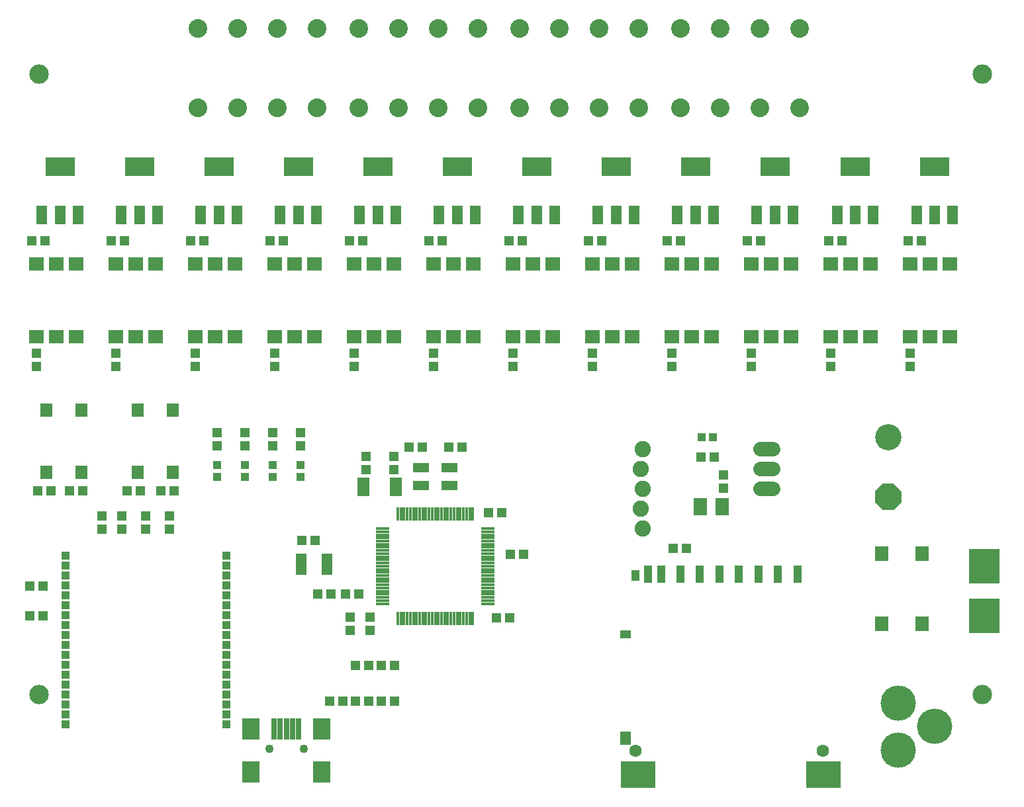
<source format=gts>
G75*
G70*
%OFA0B0*%
%FSLAX24Y24*%
%IPPOS*%
%LPD*%
%AMOC8*
5,1,8,0,0,1.08239X$1,22.5*
%
%ADD10C,0.0980*%
%ADD11R,0.0159X0.0671*%
%ADD12R,0.0671X0.0159*%
%ADD13R,0.0513X0.0474*%
%ADD14R,0.0552X0.1064*%
%ADD15R,0.0474X0.0513*%
%ADD16R,0.0395X0.0395*%
%ADD17R,0.0828X0.0513*%
%ADD18R,0.0415X0.0395*%
%ADD19R,0.0781X0.0678*%
%ADD20R,0.0560X0.0960*%
%ADD21R,0.1497X0.0946*%
%ADD22C,0.0820*%
%ADD23R,0.0277X0.1064*%
%ADD24R,0.0867X0.1064*%
%ADD25C,0.0434*%
%ADD26C,0.1780*%
%ADD27R,0.0671X0.0749*%
%ADD28C,0.0720*%
%ADD29OC8,0.1320*%
%ADD30C,0.1320*%
%ADD31R,0.0710X0.0867*%
%ADD32R,0.0592X0.0946*%
%ADD33R,0.0434X0.0907*%
%ADD34R,0.0395X0.0552*%
%ADD35R,0.0525X0.0434*%
%ADD36R,0.0525X0.0671*%
%ADD37R,0.1781X0.1340*%
%ADD38C,0.0631*%
%ADD39R,0.0631X0.0710*%
%ADD40C,0.0940*%
%ADD41R,0.1580X0.1749*%
D10*
X003574Y008241D03*
X003574Y039501D03*
X051074Y039501D03*
X051074Y008241D03*
D11*
X025414Y012062D03*
X025257Y012062D03*
X025099Y012062D03*
X024942Y012062D03*
X024784Y012062D03*
X024627Y012062D03*
X024469Y012062D03*
X024312Y012062D03*
X024154Y012062D03*
X023997Y012062D03*
X023839Y012062D03*
X023682Y012062D03*
X023524Y012062D03*
X023367Y012062D03*
X023209Y012062D03*
X023052Y012062D03*
X022894Y012062D03*
X022737Y012062D03*
X022580Y012062D03*
X022422Y012062D03*
X022265Y012062D03*
X022107Y012062D03*
X021950Y012062D03*
X021792Y012062D03*
X021635Y012062D03*
X021635Y017338D03*
X021792Y017338D03*
X021950Y017338D03*
X022107Y017338D03*
X022265Y017338D03*
X022422Y017338D03*
X022580Y017338D03*
X022737Y017338D03*
X022894Y017338D03*
X023052Y017338D03*
X023209Y017338D03*
X023367Y017338D03*
X023524Y017338D03*
X023682Y017338D03*
X023839Y017338D03*
X023997Y017338D03*
X024154Y017338D03*
X024312Y017338D03*
X024469Y017338D03*
X024627Y017338D03*
X024784Y017338D03*
X024942Y017338D03*
X025099Y017338D03*
X025257Y017338D03*
X025414Y017338D03*
D12*
X026162Y016590D03*
X026162Y016432D03*
X026162Y016275D03*
X026162Y016117D03*
X026162Y015960D03*
X026162Y015802D03*
X026162Y015645D03*
X026162Y015487D03*
X026162Y015330D03*
X026162Y015172D03*
X026162Y015015D03*
X026162Y014857D03*
X026162Y014700D03*
X026162Y014543D03*
X026162Y014385D03*
X026162Y014228D03*
X026162Y014070D03*
X026162Y013913D03*
X026162Y013755D03*
X026162Y013598D03*
X026162Y013440D03*
X026162Y013283D03*
X026162Y013125D03*
X026162Y012968D03*
X026162Y012810D03*
X020887Y012810D03*
X020887Y012968D03*
X020887Y013125D03*
X020887Y013283D03*
X020887Y013440D03*
X020887Y013598D03*
X020887Y013755D03*
X020887Y013913D03*
X020887Y014070D03*
X020887Y014228D03*
X020887Y014385D03*
X020887Y014543D03*
X020887Y014700D03*
X020887Y014857D03*
X020887Y015015D03*
X020887Y015172D03*
X020887Y015330D03*
X020887Y015487D03*
X020887Y015645D03*
X020887Y015802D03*
X020887Y015960D03*
X020887Y016117D03*
X020887Y016275D03*
X020887Y016432D03*
X020887Y016590D03*
D13*
X017459Y016000D03*
X016790Y016000D03*
X017590Y013300D03*
X018259Y013300D03*
X018990Y013300D03*
X019659Y013300D03*
X019490Y009700D03*
X020159Y009700D03*
X020790Y009700D03*
X021459Y009700D03*
X021459Y007900D03*
X020790Y007900D03*
X020159Y007900D03*
X019490Y007900D03*
X018859Y007900D03*
X018190Y007900D03*
X026590Y012100D03*
X027259Y012100D03*
X027290Y015300D03*
X027959Y015300D03*
X026859Y017400D03*
X026190Y017400D03*
X024859Y020700D03*
X024190Y020700D03*
X022859Y020700D03*
X022190Y020700D03*
X010359Y018500D03*
X009690Y018500D03*
X008659Y018500D03*
X007990Y018500D03*
X005759Y018500D03*
X005090Y018500D03*
X004159Y018500D03*
X003490Y018500D03*
X003759Y013700D03*
X003090Y013700D03*
X003090Y012200D03*
X003759Y012200D03*
X003859Y031100D03*
X003190Y031100D03*
X007190Y031100D03*
X007859Y031100D03*
X011190Y031100D03*
X011859Y031100D03*
X015190Y031100D03*
X015859Y031100D03*
X019190Y031100D03*
X019859Y031100D03*
X023190Y031100D03*
X023859Y031100D03*
X027240Y031100D03*
X027909Y031100D03*
X031240Y031100D03*
X031909Y031100D03*
X035190Y031100D03*
X035859Y031100D03*
X039240Y031100D03*
X039909Y031100D03*
X043340Y031100D03*
X044009Y031100D03*
X047340Y031100D03*
X048009Y031100D03*
X037559Y020200D03*
X036890Y020200D03*
X036159Y015600D03*
X035490Y015600D03*
D14*
X018074Y014800D03*
X016775Y014800D03*
D15*
X019224Y012135D03*
X019224Y011465D03*
X020224Y011465D03*
X020224Y012135D03*
X020024Y019565D03*
X020024Y020235D03*
X021424Y020235D03*
X021424Y019565D03*
X016724Y020765D03*
X016724Y021435D03*
X015324Y021435D03*
X015324Y020765D03*
X013924Y020765D03*
X013924Y021435D03*
X012524Y021435D03*
X012524Y020765D03*
X010124Y017235D03*
X010124Y016565D03*
X008924Y016565D03*
X008924Y017235D03*
X007724Y017235D03*
X007724Y016565D03*
X006724Y016565D03*
X006724Y017235D03*
X007424Y024765D03*
X007424Y025435D03*
X011424Y025435D03*
X011424Y024765D03*
X015424Y024765D03*
X015424Y025435D03*
X019424Y025435D03*
X019424Y024765D03*
X023424Y024765D03*
X023424Y025435D03*
X027424Y025435D03*
X027424Y024765D03*
X031424Y024765D03*
X031424Y025435D03*
X035424Y025435D03*
X035424Y024765D03*
X039424Y024765D03*
X039424Y025435D03*
X043424Y025435D03*
X043424Y024765D03*
X047424Y024765D03*
X047424Y025435D03*
X038024Y019285D03*
X038024Y018615D03*
X003424Y024765D03*
X003424Y025435D03*
D16*
X012524Y019795D03*
X012524Y019205D03*
X013924Y019205D03*
X013924Y019795D03*
X015324Y019795D03*
X015324Y019205D03*
X016724Y019205D03*
X016724Y019795D03*
X036929Y021200D03*
X037520Y021200D03*
D17*
X024253Y019653D03*
X024253Y018747D03*
X022796Y018747D03*
X022796Y019653D03*
D18*
X004903Y006719D03*
X004903Y007219D03*
X004903Y007719D03*
X004903Y008219D03*
X004903Y008719D03*
X004903Y009219D03*
X004903Y009719D03*
X004903Y010219D03*
X004903Y010719D03*
X004903Y011219D03*
X004903Y011719D03*
X004903Y012219D03*
X004903Y012719D03*
X004903Y013219D03*
X004903Y013719D03*
X004903Y014219D03*
X004903Y014719D03*
X004903Y015219D03*
X013013Y015219D03*
X013013Y014719D03*
X013013Y014219D03*
X013013Y013719D03*
X013013Y013219D03*
X013013Y012719D03*
X013013Y012219D03*
X013013Y011719D03*
X013013Y011219D03*
X013013Y010719D03*
X013013Y010219D03*
X013013Y009719D03*
X013013Y009219D03*
X013013Y008719D03*
X013013Y008219D03*
X013013Y007719D03*
X013013Y007219D03*
X013013Y006719D03*
D19*
X013424Y026271D03*
X012424Y026271D03*
X011424Y026271D03*
X009424Y026271D03*
X008424Y026271D03*
X007424Y026271D03*
X005424Y026271D03*
X004424Y026271D03*
X003424Y026271D03*
X003424Y029929D03*
X004424Y029929D03*
X005424Y029929D03*
X007424Y029929D03*
X008424Y029929D03*
X009424Y029929D03*
X011424Y029929D03*
X012424Y029929D03*
X013424Y029929D03*
X015424Y029929D03*
X016424Y029929D03*
X017424Y029929D03*
X019424Y029929D03*
X020424Y029929D03*
X021424Y029929D03*
X023424Y029929D03*
X024424Y029929D03*
X025424Y029929D03*
X027424Y029929D03*
X028424Y029929D03*
X029424Y029929D03*
X031424Y029929D03*
X032424Y029929D03*
X033424Y029929D03*
X035424Y029929D03*
X036424Y029929D03*
X037424Y029929D03*
X039424Y029929D03*
X040424Y029929D03*
X041424Y029929D03*
X043424Y029929D03*
X044424Y029929D03*
X045424Y029929D03*
X047424Y029929D03*
X048424Y029929D03*
X049424Y029929D03*
X049424Y026271D03*
X048424Y026271D03*
X047424Y026271D03*
X045424Y026271D03*
X044424Y026271D03*
X043424Y026271D03*
X041424Y026271D03*
X040424Y026271D03*
X039424Y026271D03*
X037424Y026271D03*
X036424Y026271D03*
X035424Y026271D03*
X033424Y026271D03*
X032424Y026271D03*
X031424Y026271D03*
X029424Y026271D03*
X028424Y026271D03*
X027424Y026271D03*
X025424Y026271D03*
X024424Y026271D03*
X023424Y026271D03*
X021424Y026271D03*
X020424Y026271D03*
X019424Y026271D03*
X017424Y026271D03*
X016424Y026271D03*
X015424Y026271D03*
D20*
X015714Y032380D03*
X016624Y032380D03*
X017534Y032380D03*
X019714Y032380D03*
X020624Y032380D03*
X021534Y032380D03*
X023714Y032380D03*
X024624Y032380D03*
X025534Y032380D03*
X027714Y032380D03*
X028624Y032380D03*
X029534Y032380D03*
X031714Y032380D03*
X032624Y032380D03*
X033534Y032380D03*
X035714Y032380D03*
X036624Y032380D03*
X037534Y032380D03*
X039714Y032380D03*
X040624Y032380D03*
X041534Y032380D03*
X043764Y032380D03*
X044674Y032380D03*
X045584Y032380D03*
X047764Y032380D03*
X048674Y032380D03*
X049584Y032380D03*
X013534Y032380D03*
X012624Y032380D03*
X011714Y032380D03*
X009534Y032380D03*
X008624Y032380D03*
X007714Y032380D03*
X005534Y032380D03*
X004624Y032380D03*
X003714Y032380D03*
D21*
X004624Y034820D03*
X008624Y034820D03*
X012624Y034820D03*
X016624Y034820D03*
X020624Y034820D03*
X024624Y034820D03*
X028624Y034820D03*
X032624Y034820D03*
X036624Y034820D03*
X040624Y034820D03*
X044674Y034820D03*
X048674Y034820D03*
D22*
X033974Y020600D03*
X033874Y019600D03*
X033974Y018600D03*
X033874Y017600D03*
X033974Y016600D03*
D23*
X016654Y006484D03*
X016339Y006484D03*
X016024Y006484D03*
X015709Y006484D03*
X015394Y006484D03*
D24*
X014253Y006484D03*
X014253Y004319D03*
X017796Y004319D03*
X017796Y006484D03*
D25*
X016891Y005500D03*
X015158Y005500D03*
D26*
X046824Y005431D03*
X048675Y006613D03*
X046824Y007794D03*
D27*
X046020Y011778D03*
X048028Y011778D03*
X048028Y015322D03*
X046020Y015322D03*
D28*
X040544Y018600D02*
X039904Y018600D01*
X039904Y019600D02*
X040544Y019600D01*
X040544Y020600D02*
X039904Y020600D01*
D29*
X046324Y018200D03*
D30*
X046324Y021200D03*
D31*
X037976Y017700D03*
X036873Y017700D03*
D32*
X021531Y018700D03*
X019917Y018700D03*
D33*
X034242Y014298D03*
X034911Y014298D03*
X035866Y014298D03*
X036850Y014298D03*
X037834Y014298D03*
X038819Y014298D03*
X039803Y014298D03*
X040787Y014298D03*
X041771Y014298D03*
D34*
X033612Y014239D03*
D35*
X033094Y011258D03*
D36*
X033094Y006018D03*
D37*
X033722Y004199D03*
X043084Y004199D03*
D38*
X043037Y005400D03*
X033612Y005400D03*
D39*
X010310Y019425D03*
X008539Y019425D03*
X005710Y019425D03*
X003939Y019425D03*
X003939Y022575D03*
X005710Y022575D03*
X008539Y022575D03*
X010310Y022575D03*
D40*
X011557Y037800D03*
X013557Y037800D03*
X015557Y037800D03*
X017557Y037800D03*
X019657Y037800D03*
X021657Y037800D03*
X023657Y037800D03*
X025657Y037800D03*
X027757Y037800D03*
X029757Y037800D03*
X031757Y037800D03*
X033757Y037800D03*
X035857Y037800D03*
X037857Y037800D03*
X039857Y037800D03*
X041857Y037800D03*
X041857Y041800D03*
X039857Y041800D03*
X037857Y041800D03*
X035857Y041800D03*
X033757Y041800D03*
X031757Y041800D03*
X029757Y041800D03*
X027757Y041800D03*
X025657Y041800D03*
X023657Y041800D03*
X021657Y041800D03*
X019657Y041800D03*
X017557Y041800D03*
X015557Y041800D03*
X013557Y041800D03*
X011557Y041800D03*
D41*
X051174Y014704D03*
X051174Y012196D03*
M02*

</source>
